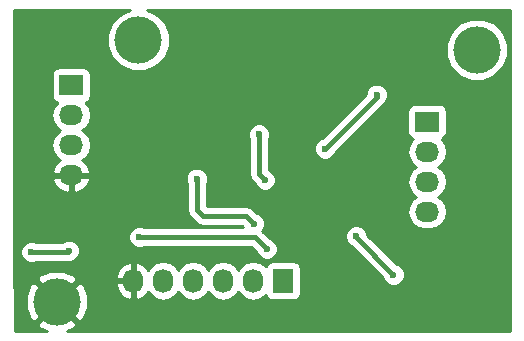
<source format=gbr>
G04 #@! TF.FileFunction,Copper,L2,Bot,Signal*
%FSLAX46Y46*%
G04 Gerber Fmt 4.6, Leading zero omitted, Abs format (unit mm)*
G04 Created by KiCad (PCBNEW (2015-07-31 BZR 6030)-product) date Fri Sep 11 12:39:47 2015*
%MOMM*%
G01*
G04 APERTURE LIST*
%ADD10C,0.100000*%
%ADD11C,4.000000*%
%ADD12R,1.727200X2.032000*%
%ADD13O,1.727200X2.032000*%
%ADD14R,2.032000X1.727200*%
%ADD15O,2.032000X1.727200*%
%ADD16C,0.600000*%
%ADD17C,0.400000*%
%ADD18C,0.254000*%
G04 APERTURE END LIST*
D10*
D11*
X144322800Y-103174800D03*
X179882800Y-81838800D03*
D12*
X163474400Y-101396800D03*
D13*
X160934400Y-101396800D03*
X158394400Y-101396800D03*
X155854400Y-101396800D03*
X153314400Y-101396800D03*
X150774400Y-101396800D03*
D14*
X145542000Y-84836000D03*
D15*
X145542000Y-87376000D03*
X145542000Y-89916000D03*
X145542000Y-92456000D03*
D14*
X175666400Y-87934800D03*
D15*
X175666400Y-90474800D03*
X175666400Y-93014800D03*
X175666400Y-95554800D03*
D11*
X151231600Y-81026000D03*
D16*
X142138400Y-98958400D03*
X145338800Y-98856800D03*
X151282400Y-97688400D03*
X162102800Y-98704400D03*
X175666400Y-99568000D03*
X176631600Y-101498400D03*
X157530800Y-84124800D03*
X149199600Y-91389200D03*
X172821600Y-96875600D03*
X172161200Y-87680800D03*
X156159200Y-92760800D03*
X160985200Y-96570800D03*
X161442400Y-89001600D03*
X161950400Y-92862400D03*
X171399200Y-85648800D03*
X167030400Y-90220800D03*
X169672000Y-97637600D03*
X172821600Y-100888800D03*
D17*
X145237200Y-98958400D02*
X142138400Y-98958400D01*
X145338800Y-98856800D02*
X145237200Y-98958400D01*
X161086800Y-97688400D02*
X151282400Y-97688400D01*
X162102800Y-98704400D02*
X161086800Y-97688400D01*
X175666400Y-101447600D02*
X175666400Y-99568000D01*
X176580800Y-101447600D02*
X175666400Y-101447600D01*
X176631600Y-101498400D02*
X176580800Y-101447600D01*
X150266400Y-84124800D02*
X157530800Y-84124800D01*
X149910800Y-84480400D02*
X150266400Y-84124800D01*
X149910800Y-90678000D02*
X149910800Y-84480400D01*
X149199600Y-91389200D02*
X149910800Y-90678000D01*
X172821600Y-96875600D02*
X172161200Y-96215200D01*
X172161200Y-96215200D02*
X172161200Y-87680800D01*
X156159200Y-95402400D02*
X156159200Y-92760800D01*
X156667200Y-95910400D02*
X156159200Y-95402400D01*
X160324800Y-95910400D02*
X156667200Y-95910400D01*
X160985200Y-96570800D02*
X160324800Y-95910400D01*
X161442400Y-92354400D02*
X161442400Y-89001600D01*
X161950400Y-92862400D02*
X161442400Y-92354400D01*
X171399200Y-85852000D02*
X171399200Y-85648800D01*
X167030400Y-90220800D02*
X171399200Y-85852000D01*
X169672000Y-97739200D02*
X169672000Y-97637600D01*
X172821600Y-100888800D02*
X169672000Y-97739200D01*
D18*
G36*
X149740942Y-78790853D02*
X148999058Y-79531443D01*
X148597058Y-80499567D01*
X148596143Y-81547834D01*
X148996453Y-82516658D01*
X149737043Y-83258542D01*
X150705167Y-83660542D01*
X151753434Y-83661457D01*
X152722258Y-83261147D01*
X153464142Y-82520557D01*
X153530547Y-82360634D01*
X177247343Y-82360634D01*
X177647653Y-83329458D01*
X178388243Y-84071342D01*
X179356367Y-84473342D01*
X180404634Y-84474257D01*
X181373458Y-84073947D01*
X182115342Y-83333357D01*
X182517342Y-82365233D01*
X182518257Y-81316966D01*
X182117947Y-80348142D01*
X181377357Y-79606258D01*
X180409233Y-79204258D01*
X179360966Y-79203343D01*
X178392142Y-79603653D01*
X177650258Y-80344243D01*
X177248258Y-81312367D01*
X177247343Y-82360634D01*
X153530547Y-82360634D01*
X153866142Y-81552433D01*
X153867057Y-80504166D01*
X153466747Y-79535342D01*
X152726157Y-78793458D01*
X151924546Y-78460600D01*
X182703000Y-78460600D01*
X182703000Y-105689400D01*
X145148369Y-105689400D01*
X145797447Y-105420543D01*
X146018216Y-105049822D01*
X144322800Y-103354405D01*
X142627384Y-105049822D01*
X142848153Y-105420543D01*
X143512244Y-105689400D01*
X140741166Y-105689400D01*
X140735589Y-102671812D01*
X141683681Y-102671812D01*
X141692087Y-103720047D01*
X142077057Y-104649447D01*
X142447778Y-104870216D01*
X144143195Y-103174800D01*
X144502405Y-103174800D01*
X146197822Y-104870216D01*
X146568543Y-104649447D01*
X146961919Y-103677788D01*
X146953513Y-102629553D01*
X146592800Y-101758713D01*
X149289216Y-101758713D01*
X149482446Y-102311120D01*
X149872364Y-102747532D01*
X150399609Y-103001509D01*
X150415374Y-103004158D01*
X150647400Y-102883017D01*
X150647400Y-101523800D01*
X149433476Y-101523800D01*
X149289216Y-101758713D01*
X146592800Y-101758713D01*
X146568543Y-101700153D01*
X146197822Y-101479384D01*
X144502405Y-103174800D01*
X144143195Y-103174800D01*
X142447778Y-101479384D01*
X142077057Y-101700153D01*
X141683681Y-102671812D01*
X140735589Y-102671812D01*
X140733053Y-101299778D01*
X142627384Y-101299778D01*
X144322800Y-102995195D01*
X146018216Y-101299778D01*
X145860471Y-101034887D01*
X149289216Y-101034887D01*
X149433476Y-101269800D01*
X150647400Y-101269800D01*
X150647400Y-99910583D01*
X150901400Y-99910583D01*
X150901400Y-101269800D01*
X150921400Y-101269800D01*
X150921400Y-101523800D01*
X150901400Y-101523800D01*
X150901400Y-102883017D01*
X151133426Y-103004158D01*
X151149191Y-103001509D01*
X151676436Y-102747532D01*
X152047939Y-102331731D01*
X152254730Y-102641215D01*
X152740911Y-102966071D01*
X153314400Y-103080145D01*
X153887889Y-102966071D01*
X154374070Y-102641215D01*
X154584400Y-102326434D01*
X154794730Y-102641215D01*
X155280911Y-102966071D01*
X155854400Y-103080145D01*
X156427889Y-102966071D01*
X156914070Y-102641215D01*
X157124400Y-102326434D01*
X157334730Y-102641215D01*
X157820911Y-102966071D01*
X158394400Y-103080145D01*
X158967889Y-102966071D01*
X159454070Y-102641215D01*
X159664400Y-102326434D01*
X159874730Y-102641215D01*
X160360911Y-102966071D01*
X160934400Y-103080145D01*
X161507889Y-102966071D01*
X161994070Y-102641215D01*
X162003643Y-102626887D01*
X162007638Y-102648117D01*
X162146710Y-102864241D01*
X162358910Y-103009231D01*
X162610800Y-103060240D01*
X164338000Y-103060240D01*
X164573317Y-103015962D01*
X164789441Y-102876890D01*
X164934431Y-102664690D01*
X164985440Y-102412800D01*
X164985440Y-100380800D01*
X164941162Y-100145483D01*
X164802090Y-99929359D01*
X164589890Y-99784369D01*
X164338000Y-99733360D01*
X162610800Y-99733360D01*
X162375483Y-99777638D01*
X162159359Y-99916710D01*
X162014369Y-100128910D01*
X162006000Y-100170239D01*
X161994070Y-100152385D01*
X161507889Y-99827529D01*
X160934400Y-99713455D01*
X160360911Y-99827529D01*
X159874730Y-100152385D01*
X159664400Y-100467166D01*
X159454070Y-100152385D01*
X158967889Y-99827529D01*
X158394400Y-99713455D01*
X157820911Y-99827529D01*
X157334730Y-100152385D01*
X157124400Y-100467166D01*
X156914070Y-100152385D01*
X156427889Y-99827529D01*
X155854400Y-99713455D01*
X155280911Y-99827529D01*
X154794730Y-100152385D01*
X154584400Y-100467166D01*
X154374070Y-100152385D01*
X153887889Y-99827529D01*
X153314400Y-99713455D01*
X152740911Y-99827529D01*
X152254730Y-100152385D01*
X152047939Y-100461869D01*
X151676436Y-100046068D01*
X151149191Y-99792091D01*
X151133426Y-99789442D01*
X150901400Y-99910583D01*
X150647400Y-99910583D01*
X150415374Y-99789442D01*
X150399609Y-99792091D01*
X149872364Y-100046068D01*
X149482446Y-100482480D01*
X149289216Y-101034887D01*
X145860471Y-101034887D01*
X145797447Y-100929057D01*
X144825788Y-100535681D01*
X143777553Y-100544087D01*
X142848153Y-100929057D01*
X142627384Y-101299778D01*
X140733053Y-101299778D01*
X140729067Y-99143567D01*
X141203238Y-99143567D01*
X141345283Y-99487343D01*
X141608073Y-99750592D01*
X141951601Y-99893238D01*
X142323567Y-99893562D01*
X142565978Y-99793400D01*
X145237200Y-99793400D01*
X145245648Y-99791720D01*
X145523967Y-99791962D01*
X145867743Y-99649917D01*
X146130992Y-99387127D01*
X146273638Y-99043599D01*
X146273962Y-98671633D01*
X146131917Y-98327857D01*
X145869127Y-98064608D01*
X145525599Y-97921962D01*
X145153633Y-97921638D01*
X144809857Y-98063683D01*
X144750036Y-98123400D01*
X142565634Y-98123400D01*
X142325199Y-98023562D01*
X141953233Y-98023238D01*
X141609457Y-98165283D01*
X141346208Y-98428073D01*
X141203562Y-98771601D01*
X141203238Y-99143567D01*
X140729067Y-99143567D01*
X140726720Y-97873567D01*
X150347238Y-97873567D01*
X150489283Y-98217343D01*
X150752073Y-98480592D01*
X151095601Y-98623238D01*
X151467567Y-98623562D01*
X151709978Y-98523400D01*
X160740932Y-98523400D01*
X161210265Y-98992733D01*
X161309683Y-99233343D01*
X161572473Y-99496592D01*
X161916001Y-99639238D01*
X162287967Y-99639562D01*
X162631743Y-99497517D01*
X162894992Y-99234727D01*
X163037638Y-98891199D01*
X163037962Y-98519233D01*
X162895917Y-98175457D01*
X162633127Y-97912208D01*
X162417731Y-97822767D01*
X168736838Y-97822767D01*
X168878883Y-98166543D01*
X169141673Y-98429792D01*
X169210164Y-98458232D01*
X171929065Y-101177133D01*
X172028483Y-101417743D01*
X172291273Y-101680992D01*
X172634801Y-101823638D01*
X173006767Y-101823962D01*
X173350543Y-101681917D01*
X173613792Y-101419127D01*
X173756438Y-101075599D01*
X173756762Y-100703633D01*
X173614717Y-100359857D01*
X173351927Y-100096608D01*
X173109690Y-99996022D01*
X170607126Y-97493458D01*
X170607162Y-97452433D01*
X170465117Y-97108657D01*
X170202327Y-96845408D01*
X169858799Y-96702762D01*
X169486833Y-96702438D01*
X169143057Y-96844483D01*
X168879808Y-97107273D01*
X168737162Y-97450801D01*
X168736838Y-97822767D01*
X162417731Y-97822767D01*
X162390890Y-97811622D01*
X161728851Y-97149583D01*
X161777392Y-97101127D01*
X161920038Y-96757599D01*
X161920362Y-96385633D01*
X161778317Y-96041857D01*
X161515527Y-95778608D01*
X161273290Y-95678022D01*
X160915233Y-95319965D01*
X160644341Y-95138961D01*
X160324800Y-95075400D01*
X157013069Y-95075400D01*
X156994200Y-95056532D01*
X156994200Y-93188034D01*
X157094038Y-92947599D01*
X157094362Y-92575633D01*
X156952317Y-92231857D01*
X156689527Y-91968608D01*
X156345999Y-91825962D01*
X155974033Y-91825638D01*
X155630257Y-91967683D01*
X155367008Y-92230473D01*
X155224362Y-92574001D01*
X155224038Y-92945967D01*
X155324200Y-93188378D01*
X155324200Y-95402400D01*
X155387761Y-95721941D01*
X155560435Y-95980366D01*
X155568766Y-95992834D01*
X156076765Y-96500834D01*
X156181477Y-96570800D01*
X156347659Y-96681839D01*
X156667200Y-96745400D01*
X159978932Y-96745400D01*
X160086932Y-96853400D01*
X151709634Y-96853400D01*
X151469199Y-96753562D01*
X151097233Y-96753238D01*
X150753457Y-96895283D01*
X150490208Y-97158073D01*
X150347562Y-97501601D01*
X150347238Y-97873567D01*
X140726720Y-97873567D01*
X140717369Y-92815026D01*
X143934642Y-92815026D01*
X143937291Y-92830791D01*
X144191268Y-93358036D01*
X144627680Y-93747954D01*
X145180087Y-93941184D01*
X145415000Y-93796924D01*
X145415000Y-92583000D01*
X145669000Y-92583000D01*
X145669000Y-93796924D01*
X145903913Y-93941184D01*
X146456320Y-93747954D01*
X146892732Y-93358036D01*
X147146709Y-92830791D01*
X147149358Y-92815026D01*
X147028217Y-92583000D01*
X145669000Y-92583000D01*
X145415000Y-92583000D01*
X144055783Y-92583000D01*
X143934642Y-92815026D01*
X140717369Y-92815026D01*
X140707315Y-87376000D01*
X143858655Y-87376000D01*
X143972729Y-87949489D01*
X144297585Y-88435670D01*
X144612366Y-88646000D01*
X144297585Y-88856330D01*
X143972729Y-89342511D01*
X143858655Y-89916000D01*
X143972729Y-90489489D01*
X144297585Y-90975670D01*
X144607069Y-91182461D01*
X144191268Y-91553964D01*
X143937291Y-92081209D01*
X143934642Y-92096974D01*
X144055783Y-92329000D01*
X145415000Y-92329000D01*
X145415000Y-92309000D01*
X145669000Y-92309000D01*
X145669000Y-92329000D01*
X147028217Y-92329000D01*
X147149358Y-92096974D01*
X147146709Y-92081209D01*
X146892732Y-91553964D01*
X146476931Y-91182461D01*
X146786415Y-90975670D01*
X147111271Y-90489489D01*
X147225345Y-89916000D01*
X147111271Y-89342511D01*
X147007207Y-89186767D01*
X160507238Y-89186767D01*
X160607400Y-89429178D01*
X160607400Y-92354400D01*
X160670961Y-92673941D01*
X160851966Y-92944834D01*
X161057866Y-93150734D01*
X161157283Y-93391343D01*
X161420073Y-93654592D01*
X161763601Y-93797238D01*
X162135567Y-93797562D01*
X162479343Y-93655517D01*
X162742592Y-93392727D01*
X162885238Y-93049199D01*
X162885562Y-92677233D01*
X162743517Y-92333457D01*
X162480727Y-92070208D01*
X162277400Y-91985779D01*
X162277400Y-90405967D01*
X166095238Y-90405967D01*
X166237283Y-90749743D01*
X166500073Y-91012992D01*
X166843601Y-91155638D01*
X167215567Y-91155962D01*
X167559343Y-91013917D01*
X167822592Y-90751127D01*
X167923178Y-90508890D01*
X167957268Y-90474800D01*
X173983055Y-90474800D01*
X174097129Y-91048289D01*
X174421985Y-91534470D01*
X174736766Y-91744800D01*
X174421985Y-91955130D01*
X174097129Y-92441311D01*
X173983055Y-93014800D01*
X174097129Y-93588289D01*
X174421985Y-94074470D01*
X174736766Y-94284800D01*
X174421985Y-94495130D01*
X174097129Y-94981311D01*
X173983055Y-95554800D01*
X174097129Y-96128289D01*
X174421985Y-96614470D01*
X174908166Y-96939326D01*
X175481655Y-97053400D01*
X175851145Y-97053400D01*
X176424634Y-96939326D01*
X176910815Y-96614470D01*
X177235671Y-96128289D01*
X177349745Y-95554800D01*
X177235671Y-94981311D01*
X176910815Y-94495130D01*
X176596034Y-94284800D01*
X176910815Y-94074470D01*
X177235671Y-93588289D01*
X177349745Y-93014800D01*
X177235671Y-92441311D01*
X176910815Y-91955130D01*
X176596034Y-91744800D01*
X176910815Y-91534470D01*
X177235671Y-91048289D01*
X177349745Y-90474800D01*
X177235671Y-89901311D01*
X176910815Y-89415130D01*
X176896487Y-89405557D01*
X176917717Y-89401562D01*
X177133841Y-89262490D01*
X177278831Y-89050290D01*
X177329840Y-88798400D01*
X177329840Y-87071200D01*
X177285562Y-86835883D01*
X177146490Y-86619759D01*
X176934290Y-86474769D01*
X176682400Y-86423760D01*
X174650400Y-86423760D01*
X174415083Y-86468038D01*
X174198959Y-86607110D01*
X174053969Y-86819310D01*
X174002960Y-87071200D01*
X174002960Y-88798400D01*
X174047238Y-89033717D01*
X174186310Y-89249841D01*
X174398510Y-89394831D01*
X174439839Y-89403200D01*
X174421985Y-89415130D01*
X174097129Y-89901311D01*
X173983055Y-90474800D01*
X167957268Y-90474800D01*
X171989634Y-86442434D01*
X172113844Y-86256539D01*
X172191392Y-86179127D01*
X172334038Y-85835599D01*
X172334362Y-85463633D01*
X172192317Y-85119857D01*
X171929527Y-84856608D01*
X171585999Y-84713962D01*
X171214033Y-84713638D01*
X170870257Y-84855683D01*
X170607008Y-85118473D01*
X170464362Y-85462001D01*
X170464236Y-85606096D01*
X166742067Y-89328265D01*
X166501457Y-89427683D01*
X166238208Y-89690473D01*
X166095562Y-90034001D01*
X166095238Y-90405967D01*
X162277400Y-90405967D01*
X162277400Y-89428834D01*
X162377238Y-89188399D01*
X162377562Y-88816433D01*
X162235517Y-88472657D01*
X161972727Y-88209408D01*
X161629199Y-88066762D01*
X161257233Y-88066438D01*
X160913457Y-88208483D01*
X160650208Y-88471273D01*
X160507562Y-88814801D01*
X160507238Y-89186767D01*
X147007207Y-89186767D01*
X146786415Y-88856330D01*
X146471634Y-88646000D01*
X146786415Y-88435670D01*
X147111271Y-87949489D01*
X147225345Y-87376000D01*
X147111271Y-86802511D01*
X146786415Y-86316330D01*
X146772087Y-86306757D01*
X146793317Y-86302762D01*
X147009441Y-86163690D01*
X147154431Y-85951490D01*
X147205440Y-85699600D01*
X147205440Y-83972400D01*
X147161162Y-83737083D01*
X147022090Y-83520959D01*
X146809890Y-83375969D01*
X146558000Y-83324960D01*
X144526000Y-83324960D01*
X144290683Y-83369238D01*
X144074559Y-83508310D01*
X143929569Y-83720510D01*
X143878560Y-83972400D01*
X143878560Y-85699600D01*
X143922838Y-85934917D01*
X144061910Y-86151041D01*
X144274110Y-86296031D01*
X144315439Y-86304400D01*
X144297585Y-86316330D01*
X143972729Y-86802511D01*
X143858655Y-87376000D01*
X140707315Y-87376000D01*
X140690835Y-78460600D01*
X150540215Y-78460600D01*
X149740942Y-78790853D01*
X149740942Y-78790853D01*
G37*
X149740942Y-78790853D02*
X148999058Y-79531443D01*
X148597058Y-80499567D01*
X148596143Y-81547834D01*
X148996453Y-82516658D01*
X149737043Y-83258542D01*
X150705167Y-83660542D01*
X151753434Y-83661457D01*
X152722258Y-83261147D01*
X153464142Y-82520557D01*
X153530547Y-82360634D01*
X177247343Y-82360634D01*
X177647653Y-83329458D01*
X178388243Y-84071342D01*
X179356367Y-84473342D01*
X180404634Y-84474257D01*
X181373458Y-84073947D01*
X182115342Y-83333357D01*
X182517342Y-82365233D01*
X182518257Y-81316966D01*
X182117947Y-80348142D01*
X181377357Y-79606258D01*
X180409233Y-79204258D01*
X179360966Y-79203343D01*
X178392142Y-79603653D01*
X177650258Y-80344243D01*
X177248258Y-81312367D01*
X177247343Y-82360634D01*
X153530547Y-82360634D01*
X153866142Y-81552433D01*
X153867057Y-80504166D01*
X153466747Y-79535342D01*
X152726157Y-78793458D01*
X151924546Y-78460600D01*
X182703000Y-78460600D01*
X182703000Y-105689400D01*
X145148369Y-105689400D01*
X145797447Y-105420543D01*
X146018216Y-105049822D01*
X144322800Y-103354405D01*
X142627384Y-105049822D01*
X142848153Y-105420543D01*
X143512244Y-105689400D01*
X140741166Y-105689400D01*
X140735589Y-102671812D01*
X141683681Y-102671812D01*
X141692087Y-103720047D01*
X142077057Y-104649447D01*
X142447778Y-104870216D01*
X144143195Y-103174800D01*
X144502405Y-103174800D01*
X146197822Y-104870216D01*
X146568543Y-104649447D01*
X146961919Y-103677788D01*
X146953513Y-102629553D01*
X146592800Y-101758713D01*
X149289216Y-101758713D01*
X149482446Y-102311120D01*
X149872364Y-102747532D01*
X150399609Y-103001509D01*
X150415374Y-103004158D01*
X150647400Y-102883017D01*
X150647400Y-101523800D01*
X149433476Y-101523800D01*
X149289216Y-101758713D01*
X146592800Y-101758713D01*
X146568543Y-101700153D01*
X146197822Y-101479384D01*
X144502405Y-103174800D01*
X144143195Y-103174800D01*
X142447778Y-101479384D01*
X142077057Y-101700153D01*
X141683681Y-102671812D01*
X140735589Y-102671812D01*
X140733053Y-101299778D01*
X142627384Y-101299778D01*
X144322800Y-102995195D01*
X146018216Y-101299778D01*
X145860471Y-101034887D01*
X149289216Y-101034887D01*
X149433476Y-101269800D01*
X150647400Y-101269800D01*
X150647400Y-99910583D01*
X150901400Y-99910583D01*
X150901400Y-101269800D01*
X150921400Y-101269800D01*
X150921400Y-101523800D01*
X150901400Y-101523800D01*
X150901400Y-102883017D01*
X151133426Y-103004158D01*
X151149191Y-103001509D01*
X151676436Y-102747532D01*
X152047939Y-102331731D01*
X152254730Y-102641215D01*
X152740911Y-102966071D01*
X153314400Y-103080145D01*
X153887889Y-102966071D01*
X154374070Y-102641215D01*
X154584400Y-102326434D01*
X154794730Y-102641215D01*
X155280911Y-102966071D01*
X155854400Y-103080145D01*
X156427889Y-102966071D01*
X156914070Y-102641215D01*
X157124400Y-102326434D01*
X157334730Y-102641215D01*
X157820911Y-102966071D01*
X158394400Y-103080145D01*
X158967889Y-102966071D01*
X159454070Y-102641215D01*
X159664400Y-102326434D01*
X159874730Y-102641215D01*
X160360911Y-102966071D01*
X160934400Y-103080145D01*
X161507889Y-102966071D01*
X161994070Y-102641215D01*
X162003643Y-102626887D01*
X162007638Y-102648117D01*
X162146710Y-102864241D01*
X162358910Y-103009231D01*
X162610800Y-103060240D01*
X164338000Y-103060240D01*
X164573317Y-103015962D01*
X164789441Y-102876890D01*
X164934431Y-102664690D01*
X164985440Y-102412800D01*
X164985440Y-100380800D01*
X164941162Y-100145483D01*
X164802090Y-99929359D01*
X164589890Y-99784369D01*
X164338000Y-99733360D01*
X162610800Y-99733360D01*
X162375483Y-99777638D01*
X162159359Y-99916710D01*
X162014369Y-100128910D01*
X162006000Y-100170239D01*
X161994070Y-100152385D01*
X161507889Y-99827529D01*
X160934400Y-99713455D01*
X160360911Y-99827529D01*
X159874730Y-100152385D01*
X159664400Y-100467166D01*
X159454070Y-100152385D01*
X158967889Y-99827529D01*
X158394400Y-99713455D01*
X157820911Y-99827529D01*
X157334730Y-100152385D01*
X157124400Y-100467166D01*
X156914070Y-100152385D01*
X156427889Y-99827529D01*
X155854400Y-99713455D01*
X155280911Y-99827529D01*
X154794730Y-100152385D01*
X154584400Y-100467166D01*
X154374070Y-100152385D01*
X153887889Y-99827529D01*
X153314400Y-99713455D01*
X152740911Y-99827529D01*
X152254730Y-100152385D01*
X152047939Y-100461869D01*
X151676436Y-100046068D01*
X151149191Y-99792091D01*
X151133426Y-99789442D01*
X150901400Y-99910583D01*
X150647400Y-99910583D01*
X150415374Y-99789442D01*
X150399609Y-99792091D01*
X149872364Y-100046068D01*
X149482446Y-100482480D01*
X149289216Y-101034887D01*
X145860471Y-101034887D01*
X145797447Y-100929057D01*
X144825788Y-100535681D01*
X143777553Y-100544087D01*
X142848153Y-100929057D01*
X142627384Y-101299778D01*
X140733053Y-101299778D01*
X140729067Y-99143567D01*
X141203238Y-99143567D01*
X141345283Y-99487343D01*
X141608073Y-99750592D01*
X141951601Y-99893238D01*
X142323567Y-99893562D01*
X142565978Y-99793400D01*
X145237200Y-99793400D01*
X145245648Y-99791720D01*
X145523967Y-99791962D01*
X145867743Y-99649917D01*
X146130992Y-99387127D01*
X146273638Y-99043599D01*
X146273962Y-98671633D01*
X146131917Y-98327857D01*
X145869127Y-98064608D01*
X145525599Y-97921962D01*
X145153633Y-97921638D01*
X144809857Y-98063683D01*
X144750036Y-98123400D01*
X142565634Y-98123400D01*
X142325199Y-98023562D01*
X141953233Y-98023238D01*
X141609457Y-98165283D01*
X141346208Y-98428073D01*
X141203562Y-98771601D01*
X141203238Y-99143567D01*
X140729067Y-99143567D01*
X140726720Y-97873567D01*
X150347238Y-97873567D01*
X150489283Y-98217343D01*
X150752073Y-98480592D01*
X151095601Y-98623238D01*
X151467567Y-98623562D01*
X151709978Y-98523400D01*
X160740932Y-98523400D01*
X161210265Y-98992733D01*
X161309683Y-99233343D01*
X161572473Y-99496592D01*
X161916001Y-99639238D01*
X162287967Y-99639562D01*
X162631743Y-99497517D01*
X162894992Y-99234727D01*
X163037638Y-98891199D01*
X163037962Y-98519233D01*
X162895917Y-98175457D01*
X162633127Y-97912208D01*
X162417731Y-97822767D01*
X168736838Y-97822767D01*
X168878883Y-98166543D01*
X169141673Y-98429792D01*
X169210164Y-98458232D01*
X171929065Y-101177133D01*
X172028483Y-101417743D01*
X172291273Y-101680992D01*
X172634801Y-101823638D01*
X173006767Y-101823962D01*
X173350543Y-101681917D01*
X173613792Y-101419127D01*
X173756438Y-101075599D01*
X173756762Y-100703633D01*
X173614717Y-100359857D01*
X173351927Y-100096608D01*
X173109690Y-99996022D01*
X170607126Y-97493458D01*
X170607162Y-97452433D01*
X170465117Y-97108657D01*
X170202327Y-96845408D01*
X169858799Y-96702762D01*
X169486833Y-96702438D01*
X169143057Y-96844483D01*
X168879808Y-97107273D01*
X168737162Y-97450801D01*
X168736838Y-97822767D01*
X162417731Y-97822767D01*
X162390890Y-97811622D01*
X161728851Y-97149583D01*
X161777392Y-97101127D01*
X161920038Y-96757599D01*
X161920362Y-96385633D01*
X161778317Y-96041857D01*
X161515527Y-95778608D01*
X161273290Y-95678022D01*
X160915233Y-95319965D01*
X160644341Y-95138961D01*
X160324800Y-95075400D01*
X157013069Y-95075400D01*
X156994200Y-95056532D01*
X156994200Y-93188034D01*
X157094038Y-92947599D01*
X157094362Y-92575633D01*
X156952317Y-92231857D01*
X156689527Y-91968608D01*
X156345999Y-91825962D01*
X155974033Y-91825638D01*
X155630257Y-91967683D01*
X155367008Y-92230473D01*
X155224362Y-92574001D01*
X155224038Y-92945967D01*
X155324200Y-93188378D01*
X155324200Y-95402400D01*
X155387761Y-95721941D01*
X155560435Y-95980366D01*
X155568766Y-95992834D01*
X156076765Y-96500834D01*
X156181477Y-96570800D01*
X156347659Y-96681839D01*
X156667200Y-96745400D01*
X159978932Y-96745400D01*
X160086932Y-96853400D01*
X151709634Y-96853400D01*
X151469199Y-96753562D01*
X151097233Y-96753238D01*
X150753457Y-96895283D01*
X150490208Y-97158073D01*
X150347562Y-97501601D01*
X150347238Y-97873567D01*
X140726720Y-97873567D01*
X140717369Y-92815026D01*
X143934642Y-92815026D01*
X143937291Y-92830791D01*
X144191268Y-93358036D01*
X144627680Y-93747954D01*
X145180087Y-93941184D01*
X145415000Y-93796924D01*
X145415000Y-92583000D01*
X145669000Y-92583000D01*
X145669000Y-93796924D01*
X145903913Y-93941184D01*
X146456320Y-93747954D01*
X146892732Y-93358036D01*
X147146709Y-92830791D01*
X147149358Y-92815026D01*
X147028217Y-92583000D01*
X145669000Y-92583000D01*
X145415000Y-92583000D01*
X144055783Y-92583000D01*
X143934642Y-92815026D01*
X140717369Y-92815026D01*
X140707315Y-87376000D01*
X143858655Y-87376000D01*
X143972729Y-87949489D01*
X144297585Y-88435670D01*
X144612366Y-88646000D01*
X144297585Y-88856330D01*
X143972729Y-89342511D01*
X143858655Y-89916000D01*
X143972729Y-90489489D01*
X144297585Y-90975670D01*
X144607069Y-91182461D01*
X144191268Y-91553964D01*
X143937291Y-92081209D01*
X143934642Y-92096974D01*
X144055783Y-92329000D01*
X145415000Y-92329000D01*
X145415000Y-92309000D01*
X145669000Y-92309000D01*
X145669000Y-92329000D01*
X147028217Y-92329000D01*
X147149358Y-92096974D01*
X147146709Y-92081209D01*
X146892732Y-91553964D01*
X146476931Y-91182461D01*
X146786415Y-90975670D01*
X147111271Y-90489489D01*
X147225345Y-89916000D01*
X147111271Y-89342511D01*
X147007207Y-89186767D01*
X160507238Y-89186767D01*
X160607400Y-89429178D01*
X160607400Y-92354400D01*
X160670961Y-92673941D01*
X160851966Y-92944834D01*
X161057866Y-93150734D01*
X161157283Y-93391343D01*
X161420073Y-93654592D01*
X161763601Y-93797238D01*
X162135567Y-93797562D01*
X162479343Y-93655517D01*
X162742592Y-93392727D01*
X162885238Y-93049199D01*
X162885562Y-92677233D01*
X162743517Y-92333457D01*
X162480727Y-92070208D01*
X162277400Y-91985779D01*
X162277400Y-90405967D01*
X166095238Y-90405967D01*
X166237283Y-90749743D01*
X166500073Y-91012992D01*
X166843601Y-91155638D01*
X167215567Y-91155962D01*
X167559343Y-91013917D01*
X167822592Y-90751127D01*
X167923178Y-90508890D01*
X167957268Y-90474800D01*
X173983055Y-90474800D01*
X174097129Y-91048289D01*
X174421985Y-91534470D01*
X174736766Y-91744800D01*
X174421985Y-91955130D01*
X174097129Y-92441311D01*
X173983055Y-93014800D01*
X174097129Y-93588289D01*
X174421985Y-94074470D01*
X174736766Y-94284800D01*
X174421985Y-94495130D01*
X174097129Y-94981311D01*
X173983055Y-95554800D01*
X174097129Y-96128289D01*
X174421985Y-96614470D01*
X174908166Y-96939326D01*
X175481655Y-97053400D01*
X175851145Y-97053400D01*
X176424634Y-96939326D01*
X176910815Y-96614470D01*
X177235671Y-96128289D01*
X177349745Y-95554800D01*
X177235671Y-94981311D01*
X176910815Y-94495130D01*
X176596034Y-94284800D01*
X176910815Y-94074470D01*
X177235671Y-93588289D01*
X177349745Y-93014800D01*
X177235671Y-92441311D01*
X176910815Y-91955130D01*
X176596034Y-91744800D01*
X176910815Y-91534470D01*
X177235671Y-91048289D01*
X177349745Y-90474800D01*
X177235671Y-89901311D01*
X176910815Y-89415130D01*
X176896487Y-89405557D01*
X176917717Y-89401562D01*
X177133841Y-89262490D01*
X177278831Y-89050290D01*
X177329840Y-88798400D01*
X177329840Y-87071200D01*
X177285562Y-86835883D01*
X177146490Y-86619759D01*
X176934290Y-86474769D01*
X176682400Y-86423760D01*
X174650400Y-86423760D01*
X174415083Y-86468038D01*
X174198959Y-86607110D01*
X174053969Y-86819310D01*
X174002960Y-87071200D01*
X174002960Y-88798400D01*
X174047238Y-89033717D01*
X174186310Y-89249841D01*
X174398510Y-89394831D01*
X174439839Y-89403200D01*
X174421985Y-89415130D01*
X174097129Y-89901311D01*
X173983055Y-90474800D01*
X167957268Y-90474800D01*
X171989634Y-86442434D01*
X172113844Y-86256539D01*
X172191392Y-86179127D01*
X172334038Y-85835599D01*
X172334362Y-85463633D01*
X172192317Y-85119857D01*
X171929527Y-84856608D01*
X171585999Y-84713962D01*
X171214033Y-84713638D01*
X170870257Y-84855683D01*
X170607008Y-85118473D01*
X170464362Y-85462001D01*
X170464236Y-85606096D01*
X166742067Y-89328265D01*
X166501457Y-89427683D01*
X166238208Y-89690473D01*
X166095562Y-90034001D01*
X166095238Y-90405967D01*
X162277400Y-90405967D01*
X162277400Y-89428834D01*
X162377238Y-89188399D01*
X162377562Y-88816433D01*
X162235517Y-88472657D01*
X161972727Y-88209408D01*
X161629199Y-88066762D01*
X161257233Y-88066438D01*
X160913457Y-88208483D01*
X160650208Y-88471273D01*
X160507562Y-88814801D01*
X160507238Y-89186767D01*
X147007207Y-89186767D01*
X146786415Y-88856330D01*
X146471634Y-88646000D01*
X146786415Y-88435670D01*
X147111271Y-87949489D01*
X147225345Y-87376000D01*
X147111271Y-86802511D01*
X146786415Y-86316330D01*
X146772087Y-86306757D01*
X146793317Y-86302762D01*
X147009441Y-86163690D01*
X147154431Y-85951490D01*
X147205440Y-85699600D01*
X147205440Y-83972400D01*
X147161162Y-83737083D01*
X147022090Y-83520959D01*
X146809890Y-83375969D01*
X146558000Y-83324960D01*
X144526000Y-83324960D01*
X144290683Y-83369238D01*
X144074559Y-83508310D01*
X143929569Y-83720510D01*
X143878560Y-83972400D01*
X143878560Y-85699600D01*
X143922838Y-85934917D01*
X144061910Y-86151041D01*
X144274110Y-86296031D01*
X144315439Y-86304400D01*
X144297585Y-86316330D01*
X143972729Y-86802511D01*
X143858655Y-87376000D01*
X140707315Y-87376000D01*
X140690835Y-78460600D01*
X150540215Y-78460600D01*
X149740942Y-78790853D01*
M02*

</source>
